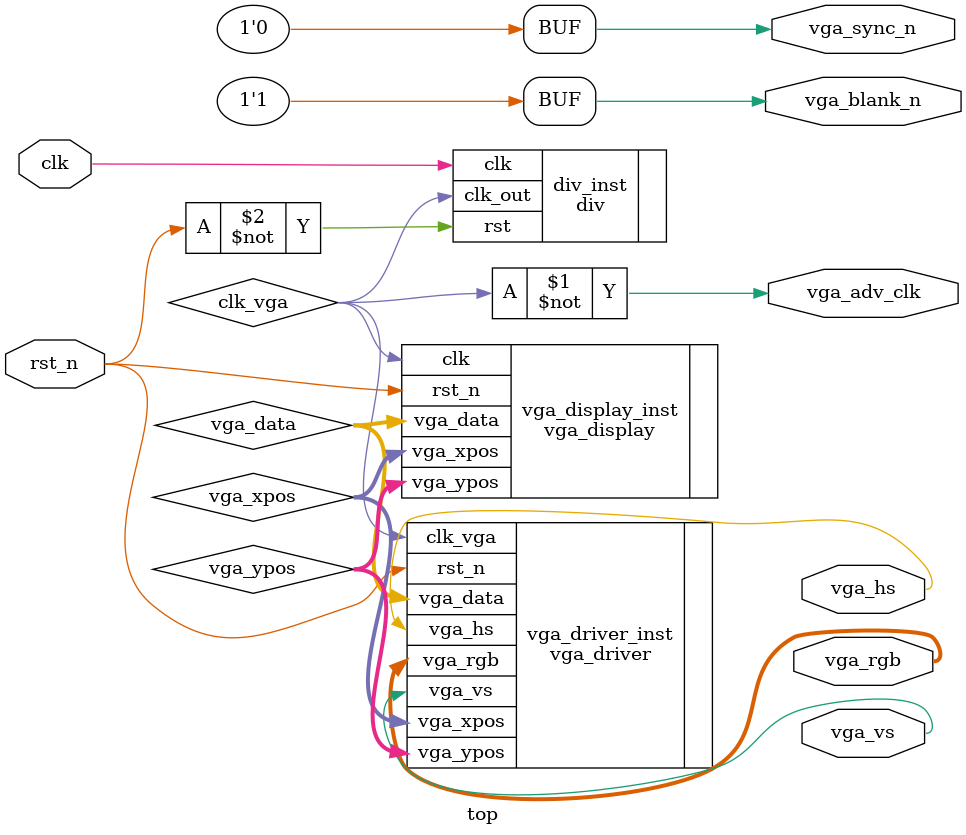
<source format=v>
module top (
    input 			clk, //外部时钟
	input 			rst_n, //低电平复位信号
	
	//vga interface
	output			vga_adv_clk, 
	output			vga_blank_n, 
	output			vga_sync_n,
	
	output			vga_hs,    
	output			vga_vs,    
	output	[11:0]	vga_rgb
);
    wire	clk_vga;
    wire	sys_rst_n;
    assign	vga_adv_clk	=	~clk_vga;
    assign	vga_blank_n = 	1'b1;		
    assign	vga_sync_n 	= 	1'b0;	
    // `define	VGA_1024_768_60FPS_65MHz 
    `define VGA_640_480_60FPS_25MHz
`ifdef	VGA_640_480_60FPS_25MHz
	parameter	DUTY_CYCLE		=	50;
	parameter	DIVIDE_DATA		=	2;
	parameter	MULTIPLY_DATA	=	1;
	parameter	H_DISP	=	11'd640;
	parameter	H_FRONT	=	11'd16; 
	parameter	H_SYNC 	=	11'd96;  
	parameter	H_BACK 	=	11'd48;   
	parameter	H_TOTAL	=	11'd800; 	
	parameter	V_DISP 	=	10'd480;  					
	parameter	V_FRONT	=	10'd10;  
	parameter	V_SYNC 	=	10'd2;   
	parameter	V_BACK 	=	10'd33;   
	parameter	V_TOTAL	=	10'd525;
`endif
	
`ifdef VGA_800_600_72FPS_50MHz
	parameter	DUTY_CYCLE		=	50;
	parameter	DIVIDE_DATA		=	1;
	parameter	MULTIPLY_DATA	=	1;
	parameter	H_DISP 	=	11'd800; 
	parameter	H_FRONT	=	11'd56; 
	parameter	H_SYNC 	=	11'd120;  
	parameter	H_BACK 	=	11'd64;  
	parameter	H_TOTAL	=	11'd1040; 
	parameter	V_DISP 	=	10'd600; 					
	parameter	V_FRONT	=	10'd37;  
	parameter	V_SYNC 	=	10'd6;   
	parameter	V_BACK 	=	10'd23;   
	parameter	V_TOTAL	=	10'd666;
`endif
	
`ifdef	VGA_1024_768_60FPS_65MHz
	parameter	DUTY_CYCLE		=	50;
	parameter	DIVIDE_DATA		=	10;
	parameter	MULTIPLY_DATA	=	13;
	parameter	H_DISP 	=	11'd1024; 
	parameter	H_FRONT	=	11'd24;	 
	parameter	H_SYNC 	=	11'd136;  
	parameter	H_BACK 	=	11'd160;   
	parameter	H_TOTAL	=	11'd1344; 
	parameter	V_DISP 	=	10'd768; 					
	parameter	V_FRONT	=	10'd3; 
	parameter	V_SYNC 	=	10'd6;    
	parameter	V_BACK 	=	10'd29;   
	parameter	V_TOTAL	=	10'd806;
`endif
//-----------------------------
//vga display instantiation
    wire	[9:0]	vga_xpos;
    wire	[9:0]	vga_ypos;
    wire	[11:0]	vga_data;
//generate clock of 65MHz for vga
div div_inst(.clk(clk),.rst(~rst_n),.clk_out(clk_vga));
//generate vga data based on the pos data
vga_display 
#(
	.H_DISP 	(H_DISP),
	.V_DISP 	(V_DISP) 
)
vga_display_inst
(
	.clk		(clk_vga), 
	.rst_n		(rst_n), 

	.vga_xpos	(vga_xpos), 
	.vga_ypos	(vga_ypos),
	.vga_data	(vga_data)
);

//----------------------------
//vga driver instantiation
vga_driver
#
(
	.H_DISP 	(H_DISP), 	
	.H_FRONT	(H_FRONT),	
	.H_SYNC 	(H_SYNC), 	
	.H_BACK 	(H_BACK), 	
	.H_TOTAL	(H_TOTAL),	
	.V_DISP 	(V_DISP), 					
	.V_FRONT	(V_FRONT),	 
	.V_SYNC 	(V_SYNC), 	
	.V_BACK 	(V_BACK), 	
	.V_TOTAL	(V_TOTAL)
)
vga_driver_inst
(  	
	.clk_vga	(clk_vga),	
	.rst_n		(rst_n),     
	
	.vga_data	(vga_data),
	.vga_rgb	(vga_rgb),	
	.vga_hs		(vga_hs),	
	.vga_vs		(vga_vs),	
	
	.vga_xpos	(vga_xpos),	
	.vga_ypos	(vga_ypos)	
);
endmodule
</source>
